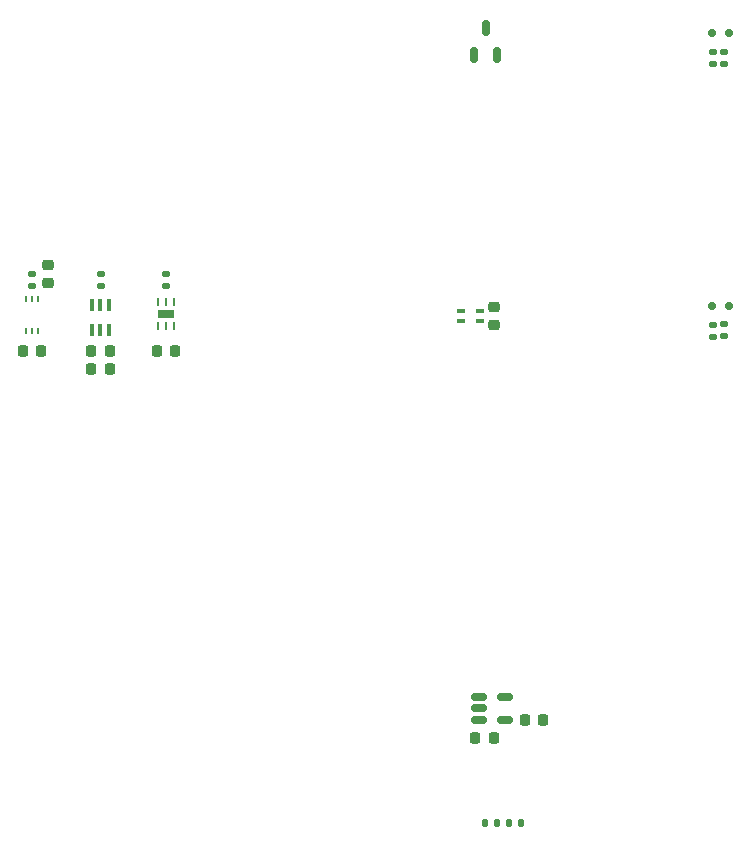
<source format=gbr>
%TF.GenerationSoftware,KiCad,Pcbnew,8.0.6*%
%TF.CreationDate,2024-11-11T19:10:45+01:00*%
%TF.ProjectId,panel,70616e65-6c2e-46b6-9963-61645f706362,rev?*%
%TF.SameCoordinates,Original*%
%TF.FileFunction,Paste,Top*%
%TF.FilePolarity,Positive*%
%FSLAX46Y46*%
G04 Gerber Fmt 4.6, Leading zero omitted, Abs format (unit mm)*
G04 Created by KiCad (PCBNEW 8.0.6) date 2024-11-11 19:10:45*
%MOMM*%
%LPD*%
G01*
G04 APERTURE LIST*
G04 Aperture macros list*
%AMRoundRect*
0 Rectangle with rounded corners*
0 $1 Rounding radius*
0 $2 $3 $4 $5 $6 $7 $8 $9 X,Y pos of 4 corners*
0 Add a 4 corners polygon primitive as box body*
4,1,4,$2,$3,$4,$5,$6,$7,$8,$9,$2,$3,0*
0 Add four circle primitives for the rounded corners*
1,1,$1+$1,$2,$3*
1,1,$1+$1,$4,$5*
1,1,$1+$1,$6,$7*
1,1,$1+$1,$8,$9*
0 Add four rect primitives between the rounded corners*
20,1,$1+$1,$2,$3,$4,$5,0*
20,1,$1+$1,$4,$5,$6,$7,0*
20,1,$1+$1,$6,$7,$8,$9,0*
20,1,$1+$1,$8,$9,$2,$3,0*%
G04 Aperture macros list end*
%ADD10RoundRect,0.150000X0.150000X0.200000X-0.150000X0.200000X-0.150000X-0.200000X0.150000X-0.200000X0*%
%ADD11RoundRect,0.135000X0.185000X-0.135000X0.185000X0.135000X-0.185000X0.135000X-0.185000X-0.135000X0*%
%ADD12RoundRect,0.225000X-0.225000X-0.250000X0.225000X-0.250000X0.225000X0.250000X-0.225000X0.250000X0*%
%ADD13RoundRect,0.135000X0.135000X0.185000X-0.135000X0.185000X-0.135000X-0.185000X0.135000X-0.185000X0*%
%ADD14RoundRect,0.150000X-0.512500X-0.150000X0.512500X-0.150000X0.512500X0.150000X-0.512500X0.150000X0*%
%ADD15R,0.400000X1.000000*%
%ADD16R,0.400000X1.100000*%
%ADD17RoundRect,0.135000X-0.185000X0.135000X-0.185000X-0.135000X0.185000X-0.135000X0.185000X0.135000X0*%
%ADD18RoundRect,0.225000X0.250000X-0.225000X0.250000X0.225000X-0.250000X0.225000X-0.250000X-0.225000X0*%
%ADD19R,0.254000X0.660400*%
%ADD20R,1.447800X0.762000*%
%ADD21R,0.750000X0.300000*%
%ADD22R,0.250000X0.550000*%
%ADD23RoundRect,0.225000X-0.250000X0.225000X-0.250000X-0.225000X0.250000X-0.225000X0.250000X0.225000X0*%
%ADD24RoundRect,0.150000X0.150000X-0.512500X0.150000X0.512500X-0.150000X0.512500X-0.150000X-0.512500X0*%
G04 APERTURE END LIST*
D10*
%TO.C,D1*%
X166538000Y-84975000D03*
X167938000Y-84975000D03*
%TD*%
D11*
%TO.C,R2*%
X166598000Y-87565000D03*
X166598000Y-86545000D03*
%TD*%
%TO.C,R1*%
X167568000Y-87555000D03*
X167568000Y-86535000D03*
%TD*%
D12*
%TO.C,C11*%
X146505000Y-121550000D03*
X148055000Y-121550000D03*
%TD*%
D13*
%TO.C,R2*%
X150390000Y-128750000D03*
X149370000Y-128750000D03*
%TD*%
D14*
%TO.C,U5*%
X146767500Y-118087500D03*
X146767500Y-119037500D03*
X146767500Y-119987500D03*
X149042500Y-119987500D03*
X149042500Y-118087500D03*
%TD*%
D13*
%TO.C,R3*%
X148340000Y-128750000D03*
X147320000Y-128750000D03*
%TD*%
D12*
%TO.C,C10*%
X150705000Y-120000000D03*
X152255000Y-120000000D03*
%TD*%
D15*
%TO.C,U2*%
X114010400Y-87040000D03*
X114760400Y-87040000D03*
X115510400Y-87040000D03*
D16*
X115510400Y-84890000D03*
X114760400Y-84890000D03*
X114010400Y-84890000D03*
%TD*%
D11*
%TO.C,R1*%
X109000000Y-83292500D03*
X109000000Y-82272500D03*
%TD*%
D17*
%TO.C,R3*%
X120295000Y-82272500D03*
X120295000Y-83292500D03*
%TD*%
D12*
%TO.C,C5*%
X119520000Y-88795000D03*
X121070000Y-88795000D03*
%TD*%
D18*
%TO.C,C1*%
X110340000Y-83010000D03*
X110340000Y-81460000D03*
%TD*%
D12*
%TO.C,C2*%
X108215000Y-88795000D03*
X109765000Y-88795000D03*
%TD*%
%TO.C,C4*%
X113975000Y-90265000D03*
X115525000Y-90265000D03*
%TD*%
D19*
%TO.C,U3*%
X119645001Y-86694500D03*
X120295000Y-86694500D03*
X120944999Y-86694500D03*
X120944999Y-84637100D03*
X120295000Y-84637100D03*
X119645001Y-84637100D03*
D20*
X120295000Y-85665800D03*
%TD*%
D12*
%TO.C,C3*%
X113975000Y-88795000D03*
X115525000Y-88795000D03*
%TD*%
D21*
%TO.C,U4*%
X145262500Y-85435000D03*
X145262500Y-86235000D03*
X146912500Y-86235000D03*
X146912500Y-85435000D03*
%TD*%
D17*
%TO.C,R2*%
X114770000Y-82272500D03*
X114770000Y-83292500D03*
%TD*%
D22*
%TO.C,U1*%
X108495000Y-87127500D03*
X108995000Y-87127500D03*
X109495000Y-87127500D03*
X109495000Y-84377500D03*
X108995000Y-84377500D03*
X108495000Y-84377500D03*
%TD*%
D23*
%TO.C,C6*%
X148080000Y-85060000D03*
X148080000Y-86610000D03*
%TD*%
D24*
%TO.C,U1*%
X146410000Y-63727500D03*
X148310000Y-63727500D03*
X147360000Y-61452500D03*
%TD*%
D11*
%TO.C,R1*%
X167568000Y-64480000D03*
X167568000Y-63460000D03*
%TD*%
%TO.C,R2*%
X166598000Y-64490000D03*
X166598000Y-63470000D03*
%TD*%
D10*
%TO.C,D1*%
X166538000Y-61900000D03*
X167938000Y-61900000D03*
%TD*%
M02*

</source>
